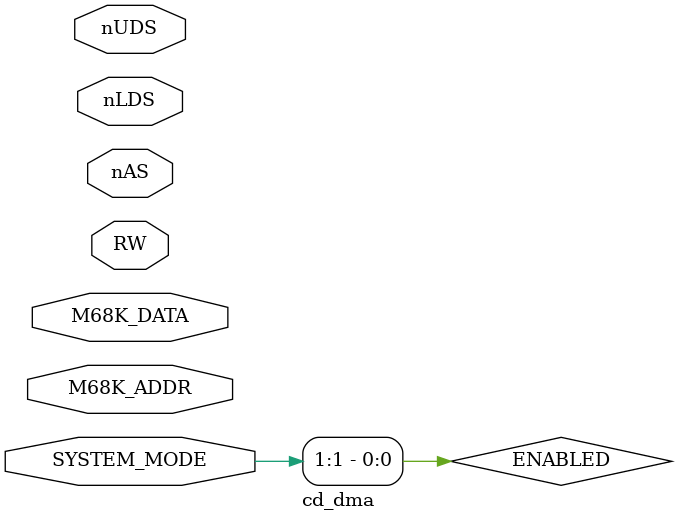
<source format=v>

module cd_dma(
	input [1:0] SYSTEM_MODE,
	input [23:1] M68K_ADDR,
	input [15:0] M68K_DATA,
	input nLDS, nUDS,
	input RW, nAS
);

	reg [31:0] SOURCE;
	reg [31:0] DEST;
	reg [31:0] VALUE;
	reg [31:0] COUNT;
	reg [15:0] MICROCODE [9];
	reg RUN;
	
	wire ENABLED = SYSTEM_MODE[1];

	always @(posedge RW)
	begin
		if (M68K_ADDR[23:8] == 16'hFF00)
		begin
			casez ({M68K_ADDR[7:1], nUDS, nLDS})
				9'b0110000_10: RUN <= M68K_DATA[6];				// FF0061
				9'b0110010_00: SOURCE[31:16]	<= M68K_DATA;	// FF0064~FF0065
				9'b0110011_00: SOURCE[15:0] <= M68K_DATA;		// FF0066~FF0067
				9'b0110100_00: DEST[31:16] <= M68K_DATA;		// FF0068~FF0069
				9'b0110101_00: DEST[15:0]	<= M68K_DATA;		// FF006A~FF006B
				9'b0110110_00: VALUE[31:16] <= M68K_DATA;		// FF006C~FF006D
				9'b0110111_00: VALUE[15:0] <= M68K_DATA;		// FF006E~FF006F
				9'b0111000_00: COUNT[31:16] <= M68K_DATA;		// FF0070~FF0071
				9'b0111001_00: COUNT[15:0] <= M68K_DATA;		// FF0072~FF0073
				9'b0111111_00: MICROCODE[M68K_ADDR[4:1]] <= M68K_DATA;	// FF007E+
				default;
			endcase
		end
	end

endmodule

</source>
